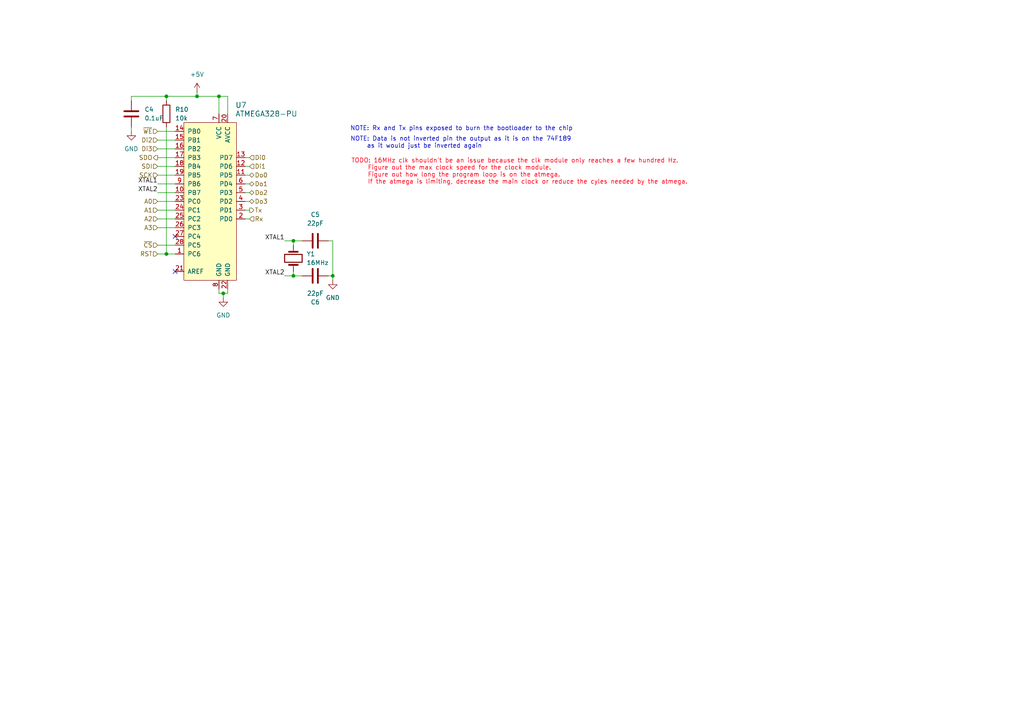
<source format=kicad_sch>
(kicad_sch (version 20231120) (generator "eeschema") (generator_version "8.0")
  (paper "A4")
  (lib_symbols
    (symbol "Device:C" (pin_numbers hide) (pin_names (offset 0.254))
      (property "Reference" "C" (at 0.635 2.54 0))
      (property "Value" "C" (at 0.635 -2.54 0))
      (symbol "C_0_1"
        (polyline (pts (xy -2.032 -0.762) (xy 2.032 -0.762)) (stroke (width 0.508)))
        (polyline (pts (xy -2.032 0.762) (xy 2.032 0.762)) (stroke (width 0.508)))
      )
      (symbol "C_1_1"
        (pin passive line (at 0 3.81 270) (length 2.794) (name "~") (number "1"))
        (pin passive line (at 0 -3.81 90) (length 2.794) (name "~") (number "2"))
      )
    )
    (symbol "Device:Crystal" (pin_numbers hide) (pin_names (offset 1.016) hide)
      (property "Reference" "Y" (at 0 3.81 0))
      (property "Value" "Crystal" (at 0 -3.81 0))
      (symbol "Crystal_0_1"
        (rectangle (start -1.143 2.54) (end 1.143 -2.54) (stroke (width 0.3048)))
        (polyline (pts (xy -2.54 0) (xy -1.905 0)))
        (polyline (pts (xy -1.905 -1.27) (xy -1.905 1.27)) (stroke (width 0.508)))
        (polyline (pts (xy 1.905 -1.27) (xy 1.905 1.27)) (stroke (width 0.508)))
        (polyline (pts (xy 2.54 0) (xy 1.905 0)))
      )
      (symbol "Crystal_1_1"
        (pin passive line (at -3.81 0 0) (length 1.27) (name "1") (number "1"))
        (pin passive line (at 3.81 0 180) (length 1.27) (name "2") (number "2"))
      )
    )
    (symbol "Device:R" (pin_numbers hide) (pin_names (offset 0))
      (property "Reference" "R" (at 2.032 0 90))
      (property "Value" "R" (at 0 0 90))
      (symbol "R_0_1"
        (rectangle (start -1.016 -2.54) (end 1.016 2.54) (stroke (width 0.254)))
      )
      (symbol "R_1_1"
        (pin passive line (at 0 3.81 270) (length 1.27) (name "~") (number "1"))
        (pin passive line (at 0 -3.81 90) (length 1.27) (name "~") (number "2"))
      )
    )
    (symbol "dk_Embedded-Microcontrollers:ATMEGA328-PU" (pin_names (offset 1.016))
      (property "Reference" "U" (at -10.16 29.21 0))
      (property "Value" "ATMEGA328-PU" (at -2.54 5.08 90))
      (symbol "ATMEGA328-PU_0_1"
        (rectangle (start -10.16 27.94) (end 5.08 -17.78) (fill (type background)))
      )
      (symbol "ATMEGA328-PU_1_1"
        (pin bidirectional line (at -12.7 -10.16 0) (length 2.54) (name "PC6") (number "1"))
        (pin bidirectional line (at -12.7 7.62 0) (length 2.54) (name "PB7") (number "10"))
        (pin bidirectional line (at 7.62 12.7 180) (length 2.54) (name "PD5") (number "11"))
        (pin bidirectional line (at 7.62 15.24 180) (length 2.54) (name "PD6") (number "12"))
        (pin bidirectional line (at 7.62 17.78 180) (length 2.54) (name "PD7") (number "13"))
        (pin bidirectional line (at -12.7 25.4 0) (length 2.54) (name "PB0") (number "14"))
        (pin bidirectional line (at -12.7 22.86 0) (length 2.54) (name "PB1") (number "15"))
        (pin bidirectional line (at -12.7 20.32 0) (length 2.54) (name "PB2") (number "16"))
        (pin bidirectional line (at -12.7 17.78 0) (length 2.54) (name "PB3") (number "17"))
        (pin bidirectional line (at -12.7 15.24 0) (length 2.54) (name "PB4") (number "18"))
        (pin bidirectional line (at -12.7 12.7 0) (length 2.54) (name "PB5") (number "19"))
        (pin bidirectional line (at 7.62 0 180) (length 2.54) (name "PD0") (number "2"))
        (pin power_in line (at 2.54 30.48 270) (length 2.54) (name "AVCC") (number "20"))
        (pin input line (at -12.7 -15.24 0) (length 2.54) (name "AREF") (number "21"))
        (pin power_in line (at 2.54 -20.32 90) (length 2.54) (name "GND") (number "22"))
        (pin bidirectional line (at -12.7 5.08 0) (length 2.54) (name "PC0") (number "23"))
        (pin bidirectional line (at -12.7 2.54 0) (length 2.54) (name "PC1") (number "24"))
        (pin bidirectional line (at -12.7 0 0) (length 2.54) (name "PC2") (number "25"))
        (pin bidirectional line (at -12.7 -2.54 0) (length 2.54) (name "PC3") (number "26"))
        (pin bidirectional line (at -12.7 -5.08 0) (length 2.54) (name "PC4") (number "27"))
        (pin bidirectional line (at -12.7 -7.62 0) (length 2.54) (name "PC5") (number "28"))
        (pin bidirectional line (at 7.62 2.54 180) (length 2.54) (name "PD1") (number "3"))
        (pin bidirectional line (at 7.62 5.08 180) (length 2.54) (name "PD2") (number "4"))
        (pin bidirectional line (at 7.62 7.62 180) (length 2.54) (name "PD3") (number "5"))
        (pin bidirectional line (at 7.62 10.16 180) (length 2.54) (name "PD4") (number "6"))
        (pin power_in line (at 0 30.48 270) (length 2.54) (name "VCC") (number "7"))
        (pin power_in line (at 0 -20.32 90) (length 2.54) (name "GND") (number "8"))
        (pin bidirectional line (at -12.7 10.16 0) (length 2.54) (name "PB6") (number "9"))
      )
    )
    (symbol "power:+5V" (power) (pin_numbers hide) (pin_names (offset 0) hide)
      (property "Value" "+5V" (at 0 3.556 0))
      (symbol "+5V_0_1"
        (polyline (pts (xy -0.762 1.27) (xy 0 2.54)))
        (polyline (pts (xy 0 0) (xy 0 2.54)))
        (polyline (pts (xy 0 2.54) (xy 0.762 1.27)))
      )
      (symbol "+5V_1_1"
        (pin power_in line (at 0 0 90) (length 0) (name "~") (number "1"))
      )
    )
    (symbol "power:GND" (power) (pin_numbers hide) (pin_names (offset 0) hide)
      (property "Value" "GND" (at 0 -3.81 0))
      (symbol "GND_0_1"
        (polyline (pts (xy 0 0) (xy 0 -1.27) (xy 1.27 -1.27) (xy 0 -2.54) (xy -1.27 -1.27) (xy 0 -1.27)))
      )
      (symbol "GND_1_1"
        (pin power_in line (at 0 0 270) (length 0) (name "~") (number "1"))
      )
    )
  )
  (junction (at 85.09 69.85))
  (junction (at 57.15 27.94))
  (junction (at 48.26 73.66))
  (junction (at 64.77 85.09))
  (junction (at 85.09 80.01))
  (junction (at 48.26 27.94))
  (junction (at 96.52 80.01))
  (junction (at 63.5 27.94))
  (no_connect (at 50.8 68.58))
  (no_connect (at 50.8 78.74))
  (wire (pts (xy 63.5 85.09) (xy 63.5 83.82)))
  (wire (pts (xy 71.12 53.34) (xy 72.39 53.34)))
  (wire (pts (xy 45.72 48.26) (xy 50.8 48.26)))
  (wire (pts (xy 45.72 58.42) (xy 50.8 58.42)))
  (wire (pts (xy 71.12 55.88) (xy 72.39 55.88)))
  (wire (pts (xy 45.72 38.1) (xy 50.8 38.1)))
  (wire (pts (xy 96.52 80.01) (xy 96.52 69.85)))
  (wire (pts (xy 45.72 66.04) (xy 50.8 66.04)))
  (wire (pts (xy 63.5 27.94) (xy 63.5 33.02)))
  (wire (pts (xy 85.09 80.01) (xy 87.63 80.01)))
  (wire (pts (xy 64.77 85.09) (xy 63.5 85.09)))
  (wire (pts (xy 45.72 71.12) (xy 50.8 71.12)))
  (wire (pts (xy 95.25 80.01) (xy 96.52 80.01)))
  (wire (pts (xy 38.1 29.21) (xy 38.1 27.94)))
  (wire (pts (xy 72.39 63.5) (xy 71.12 63.5)))
  (wire (pts (xy 45.72 40.64) (xy 50.8 40.64)))
  (wire (pts (xy 38.1 27.94) (xy 48.26 27.94)))
  (wire (pts (xy 45.72 50.8) (xy 50.8 50.8)))
  (wire (pts (xy 82.55 69.85) (xy 85.09 69.85)))
  (wire (pts (xy 71.12 58.42) (xy 72.39 58.42)))
  (wire (pts (xy 82.55 80.01) (xy 85.09 80.01)))
  (wire (pts (xy 71.12 45.72) (xy 72.39 45.72)))
  (wire (pts (xy 96.52 81.28) (xy 96.52 80.01)))
  (wire (pts (xy 64.77 85.09) (xy 64.77 86.36)))
  (wire (pts (xy 85.09 69.85) (xy 85.09 71.12)))
  (wire (pts (xy 57.15 27.94) (xy 63.5 27.94)))
  (wire (pts (xy 96.52 69.85) (xy 95.25 69.85)))
  (wire (pts (xy 72.39 60.96) (xy 71.12 60.96)))
  (wire (pts (xy 66.04 83.82) (xy 66.04 85.09)))
  (wire (pts (xy 85.09 80.01) (xy 85.09 78.74)))
  (wire (pts (xy 85.09 69.85) (xy 87.63 69.85)))
  (wire (pts (xy 45.72 43.18) (xy 50.8 43.18)))
  (wire (pts (xy 45.72 53.34) (xy 50.8 53.34)))
  (wire (pts (xy 45.72 63.5) (xy 50.8 63.5)))
  (wire (pts (xy 38.1 36.83) (xy 38.1 38.1)))
  (wire (pts (xy 48.26 27.94) (xy 48.26 29.21)))
  (wire (pts (xy 71.12 50.8) (xy 72.39 50.8)))
  (wire (pts (xy 48.26 36.83) (xy 48.26 73.66)))
  (wire (pts (xy 48.26 73.66) (xy 50.8 73.66)))
  (wire (pts (xy 45.72 60.96) (xy 50.8 60.96)))
  (wire (pts (xy 45.72 55.88) (xy 50.8 55.88)))
  (wire (pts (xy 66.04 85.09) (xy 64.77 85.09)))
  (wire (pts (xy 45.72 73.66) (xy 48.26 73.66)))
  (wire (pts (xy 45.72 45.72) (xy 50.8 45.72)))
  (wire (pts (xy 57.15 27.94) (xy 57.15 26.67)))
  (wire (pts (xy 66.04 33.02) (xy 66.04 27.94)))
  (wire (pts (xy 71.12 48.26) (xy 72.39 48.26)))
  (wire (pts (xy 63.5 27.94) (xy 66.04 27.94)))
  (wire (pts (xy 48.26 27.94) (xy 57.15 27.94)))
  (text "NOTE: Rx and Tx pins exposed to burn the bootloader to the chip" (at 133.858 37.338 0) (effects (font (size 1.27 1.27))))
  (text "TODO: 16MHz clk shouldn't be an issue because the clk module only reaches a few hundred Hz.\n	Figure out the max clock speed for the clock module.\n	Figure out how long the program loop is on the atmega.\n	If the atmega is limiting, decrease the main clock or reduce the cyles needed by the atmega." (at 101.854 49.784 0) (effects (font (size 1.27 1.27)) (justify left)))
  (text "NOTE: Data is not inverted pin the output as it is on the 74F189\n	as it would just be inverted again" (at 101.6 41.402 0) (effects (font (size 1.27 1.27)) (justify left)))
  (label "XTAL1" (at 82.55 69.85 180))
  (label "XTAL1" (at 45.72 53.34 180))
  (label "XTAL2" (at 45.72 55.88 180))
  (label "XTAL2" (at 82.55 80.01 180))
  (hierarchical_label "Di1" (shape input) (at 72.39 48.26 0))
  (hierarchical_label "Do0" (shape bidirectional) (at 72.39 50.8 0))
  (hierarchical_label "SCK" (shape input) (at 45.72 50.8 180))
  (hierarchical_label "Rx" (shape input) (at 72.39 63.5 0))
  (hierarchical_label "A0" (shape input) (at 45.72 58.42 180))
  (hierarchical_label "Di0" (shape input) (at 72.39 45.72 0))
  (hierarchical_label "~{WE}" (shape input) (at 45.72 38.1 180))
  (hierarchical_label "Di3" (shape input) (at 45.72 43.18 180))
  (hierarchical_label "~{CS}" (shape input) (at 45.72 71.12 180))
  (hierarchical_label "Do1" (shape bidirectional) (at 72.39 53.34 0))
  (hierarchical_label "SDO" (shape output) (at 45.72 45.72 180))
  (hierarchical_label "A2" (shape input) (at 45.72 63.5 180))
  (hierarchical_label "A1" (shape input) (at 45.72 60.96 180))
  (hierarchical_label "Tx" (shape output) (at 72.39 60.96 0))
  (hierarchical_label "A3" (shape input) (at 45.72 66.04 180))
  (hierarchical_label "RST" (shape input) (at 45.72 73.66 180))
  (hierarchical_label "SDI" (shape input) (at 45.72 48.26 180))
  (hierarchical_label "Do3" (shape bidirectional) (at 72.39 58.42 0))
  (hierarchical_label "Di2" (shape input) (at 45.72 40.64 180))
  (hierarchical_label "Do2" (shape bidirectional) (at 72.39 55.88 0))
  (symbol (lib_id "Device:Crystal") (at 85.09 74.93 90) (unit 1)
    (property "Reference" "Y1" (at 88.9 73.6599 90) (effects (justify right)))
    (property "Value" "16MHz" (at 88.9 76.1999 90) (effects (justify right)))
    (property "Footprint" "8BitCPUFootprints:16MHzCrystalOscillator" (effects (hide yes)))
    (property "Description" "Two pin crystal" (effects (hide yes)))
    (instances (project "" (path "" (reference "Y1") (unit 1)) (path "" (reference "Y2") (unit 1))))
  )
  (symbol (lib_id "Device:C") (at 38.1 33.02 0) (unit 1)
    (property "Reference" "C4" (at 41.91 31.7499 0) (effects (justify left)))
    (property "Value" "0.1uF" (at 41.91 34.2899 0) (effects (justify left)))
    (property "Footprint" "_DownloadFootprints:Cp_2mm_pin_spacing" (effects (hide yes)))
    (property "Description" "Unpolarized capacitor" (effects (hide yes)))
    (instances (project "RAM" (path "" (reference "C4") (unit 1)) (path "" (reference "C7") (unit 1))))
  )
  (symbol (lib_id "power:GND") (at 64.77 86.36 0) (unit 1)
    (property "Reference" "#PWR024" (effects (hide yes)))
    (property "Value" "GND" (at 64.77 91.44 0))
    (property "Description" "Power symbol creates a global label with name \"GND\" , ground" (effects (hide yes)))
    (instances (project "" (path "" (reference "#PWR024") (unit 1)) (path "" (reference "#PWR028") (unit 1))))
  )
  (symbol (lib_id "Device:C") (at 91.44 80.01 270) (mirror x) (unit 1)
    (property "Reference" "C6" (at 91.44 87.63 90))
    (property "Value" "22pF" (at 91.44 85.09 90))
    (property "Footprint" "Capacitor_THT:C_Disc_D5.0mm_W2.5mm_P2.50mm" (effects (hide yes)))
    (property "Description" "Unpolarized capacitor" (effects (hide yes)))
    (instances (project "RAM" (path "" (reference "C6") (unit 1)) (path "" (reference "C9") (unit 1))))
  )
  (symbol (lib_id "power:GND") (at 38.1 38.1 0) (unit 1)
    (property "Reference" "#PWR022" (effects (hide yes)))
    (property "Value" "GND" (at 38.1 43.18 0))
    (property "Description" "Power symbol creates a global label with name \"GND\" , ground" (effects (hide yes)))
    (instances (project "RAM" (path "" (reference "#PWR022") (unit 1)) (path "" (reference "#PWR026") (unit 1))))
  )
  (symbol (lib_id "power:+5V") (at 57.15 26.67 0) (unit 1)
    (property "Reference" "#PWR023" (effects (hide yes)))
    (property "Value" "+5V" (at 57.15 21.59 0))
    (property "Description" "Power symbol creates a global label with name \"+5V\"" (effects (hide yes)))
    (instances (project "" (path "" (reference "#PWR023") (unit 1)) (path "" (reference "#PWR027") (unit 1))))
  )
  (symbol (lib_id "Device:C") (at 91.44 69.85 90) (unit 1)
    (property "Reference" "C5" (at 91.44 62.23 90))
    (property "Value" "22pF" (at 91.44 64.77 90))
    (property "Footprint" "Capacitor_THT:C_Disc_D5.0mm_W2.5mm_P2.50mm" (effects (hide yes)))
    (property "Description" "Unpolarized capacitor" (effects (hide yes)))
    (instances (project "" (path "" (reference "C5") (unit 1)) (path "" (reference "C8") (unit 1))))
  )
  (symbol (lib_id "Device:R") (at 48.26 33.02 0) (unit 1)
    (property "Reference" "R10" (at 50.8 31.7499 0) (effects (justify left)))
    (property "Value" "10k" (at 50.8 34.2899 0) (effects (justify left)))
    (property "Footprint" "_DownloadFootprints:CF_series_Resistors_THT" (effects (hide yes)))
    (property "Description" "Resistor" (effects (hide yes)))
    (instances (project "" (path "" (reference "R10") (unit 1)) (path "" (reference "R11") (unit 1))))
  )
  (symbol (lib_id "dk_Embedded-Microcontrollers:ATMEGA328-PU") (at 63.5 63.5 0) (unit 1)
    (property "Reference" "U7" (at 68.2341 30.48 0) (effects (font (size 1.524 1.524)) (justify left)))
    (property "Value" "ATMEGA328-PU" (at 68.2341 33.02 0) (effects (font (size 1.524 1.524)) (justify left)))
    (property "Footprint" "_DownloadFootprints:DIP787W46P254L3467H508Q28" (effects (hide yes)))
    (property "Datasheet" "http://www.microchip.com/mymicrochip/filehandler.aspx?ddocname=en608326" (effects (hide yes)))
    (property "Description" "IC MCU 8BIT 32KB FLASH 28DIP" (effects (hide yes)))
    (property "Digi-Key_PN" "ATMEGA328-PU-ND" (effects (hide yes)))
    (property "MPN" "ATMEGA328-PU" (effects (hide yes)))
    (property "Category" "Integrated Circuits (ICs)" (effects (hide yes)))
    (property "Family" "Embedded - Microcontrollers" (effects (hide yes)))
    (property "DK_Datasheet_Link" "http://www.microchip.com/mymicrochip/filehandler.aspx?ddocname=en608326" (effects (hide yes)))
    (property "DK_Detail_Page" "/product-detail/en/microchip-technology/ATMEGA328-PU/ATMEGA328-PU-ND/2271026" (effects (hide yes)))
    (property "Description_1" "IC MCU 8BIT 32KB FLASH 28DIP" (effects (hide yes)))
    (property "Manufacturer" "Microchip Technology" (effects (hide yes)))
    (property "Status" "Active" (effects (hide yes)))
    (instances (project "" (path "" (reference "U7") (unit 1)) (path "" (reference "U8") (unit 1))))
  )
  (symbol (lib_id "power:GND") (at 96.52 81.28 0) (unit 1)
    (property "Reference" "#PWR025" (effects (hide yes)))
    (property "Value" "GND" (at 96.52 86.36 0))
    (property "Description" "Power symbol creates a global label with name \"GND\" , ground" (effects (hide yes)))
    (instances (project "" (path "" (reference "#PWR025") (unit 1)) (path "" (reference "#PWR029") (unit 1))))
  )
)
</source>
